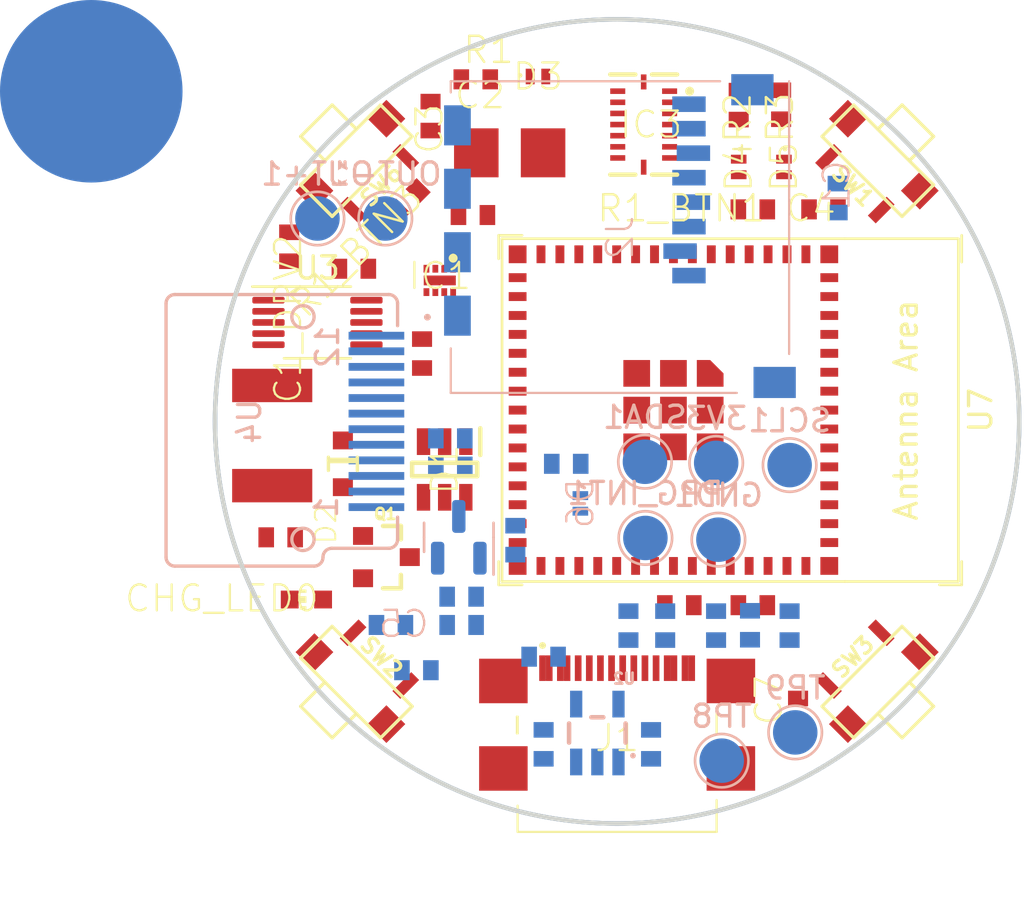
<source format=kicad_pcb>
(kicad_pcb (version 20221018) (generator pcbnew)
  (layers (0 "F.Cu" signal) (31 "B.Cu" jumper) (34 "B.Paste" user) (35 "F.Paste" user) (36 "B.SilkS" user "B.Silkscreen") (37 "F.SilkS" user "F.Silkscreen") (38 "B.Mask" user) (39 "F.Mask" user) (44 "Edge.Cuts" user))
  (net 0 "")
  (net 1 "/3V3")
  (net 2 "GND")
  (net 3 "/VBUS")
  (net 4 "Net-(D2-CATHODE)")
  (net 5 "Net-(U3-REG)")
  (net 6 "/VBAT")
  (net 7 "/BUTTON_1")
  (net 8 "/BUTTON_2")
  (net 9 "/BUTTON_3")
  (net 10 "/RESET")
  (net 11 "Net-(CHG_LED0-PadC)")
  (net 12 "/D+")
  (net 13 "/D-")
  (net 14 "/DN")
  (net 15 "/DP")
  (net 16 "/SCK")
  (net 17 "/MOSI")
  (net 18 "/MISO")
  (net 23 "/SCL")
  (net 24 "/SDA")
  (net 27 "/IMU_INT")
  (net 28 "/VUSB")
  (net 29 "Net-(J1-PadA5)")
  (net 31 "Net-(J1-PadB5)")
  (net 34 "/SS_SD")
  (net 38 "/PPG_INT")
  (net 39 "/OUT+")
  (net 40 "/OUT-")
  (net 41 "/LTR_INT")
  (net 42 "Net-(Q2-G)")
  (net 43 "/LEDK")
  (net 44 "Net-(U2-STAT)")
  (net 45 "Net-(U4-LEDA)")
  (net 46 "/PIN_LED")
  (net 47 "Net-(U2-PROG)")
  (net 48 "/ADC_BAT")
  (net 49 "/IN_DRV")
  (net 50 "/EN_DRV")
  (net 52 "Net-(U7-GND-Pad1)")
  (net 54 "/TFT_DC")
  (net 55 "/DISP_RST")
  (net 60 "/SS_TFT")
  (net 65 "/TX")
  (net 66 "/RX")
  (footprint "mini_iot:ESP32_WROVER_VARISTOR_CT_CN1812" (layer "F.Cu") (at 111.506 84.1724 -90)
    (fp_text reference "PFMF.050.1" hide)
    (fp_text value "ESP32_WROVER_VARISTOR_VARISTORCN1812" hide)
    (pad "1" smd rect (at -2.25 0 270) (size 1.5 3.6) (layers "F.Cu" "F.Paste" "F.Mask") (net 28 "/VUSB"))
    (pad "2" smd rect (at 2.25 0 270) (size 1.5 3.6) (layers "F.Cu" "F.Paste" "F.Mask") (net 3 "/VBUS"))
  )
  (footprint "mini_iot:ESP32_WROVER_EAGLE-LTSPICE_R0402" (layer "F.Cu") (at 120.65 68.1704)
    (fp_text reference "R1" (at -0.635 -0.635) (layer "F.SilkS") (effects (font (size 1.1684 1.1684) (thickness 0.1016)) (justify left bottom)))
    (fp_text value "10k")
    (fp_text user "${REFERENCE}" (at -0.635 -0.635) (layer "F.SilkS") (effects (font (size 1.1684 1.1684) (thickness 0.1016)) (justify left bottom)))
    (pad "1" smd rect (at -0.65 0) (size 0.7 0.9) (layers "F.Cu" "F.Paste" "F.Mask") (net 1 "/3V3"))
    (pad "2" smd rect (at 0.65 0) (size 0.7 0.9) (layers "F.Cu" "F.Paste" "F.Mask") (net 34 "/SS_SD"))
  )
  (footprint "mini_iot:SAMACSYS_PARTS_PESD5V0S1BL315" (layer "F.Cu") (at 132.461 72.1074 -90)
    (fp_text reference "D4" (at 0 0 90) (layer "F.SilkS") (effects (font (size 1.1684 1.1684) (thickness 0.1016))))
    (fp_text value "SAMACSYS_PARTS_PESD3V3S1BLYL" hide)
    (pad "1" smd rect (at -0.35 0) (size 0.7 0.4) (layers "F.Cu" "F.Paste" "F.Mask") (net 16 "/SCK"))
    (pad "2" smd rect (at 0.35 0) (size 0.7 0.4) (layers "F.Cu" "F.Paste" "F.Mask") (net 2 "GND"))
  )
  (footprint "mini_iot:RCL_CT3528" (layer "F.Cu") (at 122.174 71.4724)
    (fp_text reference "C2" (at -2.54 -1.905) (layer "F.SilkS") (effects (font (size 1.1684 1.1684) (thickness 0.1016)) (justify left bottom)))
    (fp_text value "100uF" hide)
    (pad "+" smd rect (at -1.5 0) (size 2 2.2) (layers "F.Cu" "F.Paste" "F.Mask") (net 1 "/3V3"))
    (pad "-" smd rect (at 1.5 0) (size 2 2.2) (layers "F.Cu" "F.Paste" "F.Mask") (net 2 "GND"))
  )
  (footprint "mini_iot:SAMACSYS_PARTS_BMI085" (layer "F.Cu") (at 128.1925 70.2024)
    (fp_text reference "IC3" (at 0.331 0) (layer "F.SilkS") (effects (font (size 1.1684 1.1684) (thickness 0.1016))))
    (fp_text value "SAMACSYS_PARTS_BMI085" hide)
    (pad "1" smd rect (at 1.165 -1.5) (size 0.675 0.25) (layers "F.Cu" "F.Paste" "F.Mask"))
    (pad "2" smd rect (at 1.165 -1) (size 0.675 0.25) (layers "F.Cu" "F.Paste" "F.Mask"))
    (pad "3" smd rect (at 1.165 -0.5) (size 0.675 0.25) (layers "F.Cu" "F.Paste" "F.Mask") (net 1 "/3V3"))
    (pad "4" smd rect (at 1.165 0) (size 0.675 0.25) (layers "F.Cu" "F.Paste" "F.Mask") (net 2 "GND"))
    (pad "5" smd rect (at 1.165 0.5) (size 0.675 0.25) (layers "F.Cu" "F.Paste" "F.Mask"))
    (pad "6" smd rect (at 1.165 1) (size 0.675 0.25) (layers "F.Cu" "F.Paste" "F.Mask") (net 2 "GND"))
    (pad "7" smd rect (at 1.165 1.5) (size 0.675 0.25) (layers "F.Cu" "F.Paste" "F.Mask") (net 1 "/3V3"))
    (pad "8" smd rect (at 0 1.915 90) (size 0.675 0.25) (layers "F.Cu" "F.Paste" "F.Mask") (net 23 "/SCL"))
    (pad "9" smd rect (at -1.165 1.5) (size 0.675 0.25) (layers "F.Cu" "F.Paste" "F.Mask") (net 24 "/SDA"))
    (pad "10" smd rect (at -1.165 1) (size 0.675 0.25) (layers "F.Cu" "F.Paste" "F.Mask") (net 2 "GND"))
    (pad "11" smd rect (at -1.165 0.5) (size 0.675 0.25) (layers "F.Cu" "F.Paste" "F.Mask") (net 1 "/3V3"))
    (pad "12" smd rect (at -1.165 0) (size 0.675 0.25) (layers "F.Cu" "F.Paste" "F.Mask"))
    (pad "13" smd rect (at -1.165 -0.5) (size 0.675 0.25) (layers "F.Cu" "F.Paste" "F.Mask"))
    (pad "14" smd rect (at -1.165 -1) (size 0.675 0.25) (layers "F.Cu" "F.Paste" "F.Mask") (net 1 "/3V3"))
    (pad "15" smd rect (at -1.165 -1.5) (size 0.675 0.25) (layers "F.Cu" "F.Paste" "F.Mask") (net 2 "GND"))
    (pad "16" smd rect (at 0 -1.915 90) (size 0.675 0.25) (layers "F.Cu" "F.Paste" "F.Mask") (net 27 "/IMU_INT"))
  )
  (footprint "mini_iot:ESP32_WROVER_EAGLE-LTSPICE_R0402" (layer "F.Cu") (at 134.366 69.3134 -90)
    (fp_text reference "R3" (at -0.635 -0.635 90) (layer "F.SilkS") (effects (font (size 1.1684 1.1684) (thickness 0.1016)) (justify right bottom)))
    (fp_text value "10k")
    (fp_text user "${REFERENCE}" (at -0.635 -0.635 90) (layer "F.SilkS") (effects (font (size 1.1684 1.1684) (thickness 0.1016)) (justify right bottom)))
    (pad "1" smd rect (at -0.65 0 270) (size 0.7 0.9) (layers "F.Cu" "F.Paste" "F.Mask") (net 1 "/3V3"))
    (pad "2" smd rect (at 0.65 0 270) (size 0.7 0.9) (layers "F.Cu" "F.Paste" "F.Mask") (net 17 "/MOSI"))
  )
  (footprint "mini_iot:ESP32_WROVER_EAGLE-LTSPICE_C0402" (layer "F.Cu") (at 120.523 74.2664)
    (fp_text reference "C1_BAT2" hide)
    (fp_text value "4.7uF" hide)
    (pad "1" smd rect (at -0.65 0) (size 0.7 0.9) (layers "F.Cu" "F.Paste" "F.Mask") (net 1 "/3V3"))
    (pad "2" smd rect (at 0.65 0) (size 0.7 0.9) (layers "F.Cu" "F.Paste" "F.Mask") (net 2 "GND"))
  )
  (footprint "mini_iot:SAMACSYS_PARTS_PESD5V0S1BL315" (layer "F.Cu") (at 123.444 68.0434)
    (fp_text reference "D3" (at 0 0) (layer "F.SilkS") (effects (font (size 1.1684 1.1684) (thickness 0.1016))))
    (fp_text value "SAMACSYS_PARTS_PESD3V3S1BLYL" hide)
    (pad "1" smd rect (at -0.35 0 90) (size 0.7 0.4) (layers "F.Cu" "F.Paste" "F.Mask") (net 34 "/SS_SD"))
    (pad "2" smd rect (at 0.35 0 90) (size 0.7 0.4) (layers "F.Cu" "F.Paste" "F.Mask") (net 2 "GND"))
  )
  (footprint "open-Smartwatch:button_side_smd" (layer "F.Cu") (at 138.711527 95.248927 -45)
    (fp_text reference "SW3" (at -1.5875 0 45) (layer "F.SilkS") (effects (font (size 0.7 0.7))))
    (fp_text value "SW_Push")
    (pad "" np_thru_hole circle (at 0 -0.889 315) (size 0.55 0.55) (drill 0.55) (layers "*.Cu" "*.Mask"))
    (pad "" np_thru_hole circle (at 0 0.9525 45) (size 0.55 0.55) (drill 0.55) (layers "*.Cu" "*.Mask"))
    (pad "" smd rect (at 0.381 -2.286 315) (size 1.2 1.2) (layers "F.Cu" "F.Paste" "F.Mask"))
    (pad "" smd rect (at 0.381 2.286 315) (size 1.2 1.2) (layers "F.Cu" "F.Paste" "F.Mask"))
    (pad "1" smd rect (at -1.4605 -1.675 315) (size 1.2 0.5) (layers "F.Cu" "F.Paste" "F.Mask") (net 2 "GND"))
    (pad "2" smd rect (at -1.4605 1.675 315) (size 1.2 0.5) (layers "F.Cu" "F.Paste" "F.Mask") (net 10 "/RESET"))
  )
  (footprint "mini_iot:ESP32_WROVER_EAGLE-LTSPICE_R0402" (layer "F.Cu") (at 132.461 69.3284 -90)
    (fp_text reference "R2" (at -0.635 -0.635 90) (layer "F.SilkS") (effects (font (size 1.1684 1.1684) (thickness 0.1016)) (justify right bottom)))
    (fp_text value "10k")
    (fp_text user "${REFERENCE}" (at -0.635 -0.635 90) (layer "F.SilkS") (effects (font (size 1.1684 1.1684) (thickness 0.1016)) (justify right bottom)))
    (pad "1" smd rect (at -0.65 0 270) (size 0.7 0.9) (layers "F.Cu" "F.Paste" "F.Mask") (net 1 "/3V3"))
    (pad "2" smd rect (at 0.65 0 270) (size 0.7 0.9) (layers "F.Cu" "F.Paste" "F.Mask") (net 16 "/SCK"))
  )
  (footprint "mini_iot:ESP32_WROVER_ADAFRUIT_CHIP-LED0603" (layer "F.Cu") (at 113.042 91.5384 90)
    (fp_text reference "CHG_LED0" (at -0.635 0.635) (layer "F.SilkS") (effects (font (size 1.1684 1.1684) (thickness 0.1016)) (justify right bottom)))
    (fp_text value "ESP32_WROVER_ADAFRUIT_LEDCHIP-LED0603" hide)
    (pad "A" smd rect (at 0 0.75 90) (size 0.8 0.8) (layers "F.Cu" "F.Paste" "F.Mask") (net 3 "/VBUS"))
    (pad "C" smd rect (at 0 -0.75 90) (size 0.8 0.8) (layers "F.Cu" "F.Paste" "F.Mask") (net 11 "Net-(CHG_LED0-PadC)"))
  )
  (footprint "mini_iot:SAMACSYS_PARTS_NCP186AMX330TAG" (layer "F.Cu") (at 119.034 76.9544 180)
    (fp_text reference "IC1" (at 0 -0.05) (layer "F.SilkS") (effects (font (size 1.1684 1.1684) (thickness 0.1016))))
    (fp_text value "SAMACSYS_PARTS_NCP186BMX330TAG" hide)
    (pad "1" smd rect (at -0.6 0.275 270) (size 0.35 0.26) (layers "F.Cu" "F.Paste" "F.Mask") (net 1 "/3V3"))
    (pad "2" smd rect (at -0.2 0.275 270) (size 0.35 0.26) (layers "F.Cu" "F.Paste" "F.Mask") (net 1 "/3V3"))
    (pad "3" smd rect (at 0.2 0.275 270) (size 0.35 0.26) (layers "F.Cu" "F.Paste" "F.Mask"))
    (pad "4" smd rect (at 0.6 0.275 270) (size 0.35 0.26) (layers "F.Cu" "F.Paste" "F.Mask") (net 1 "/3V3"))
    (pad "5" smd rect (at 0.6 -0.775 270) (size 0.35 0.26) (layers "F.Cu" "F.Paste" "F.Mask") (net 2 "GND"))
    (pad "6" smd rect (at 0.2 -0.775 270) (size 0.35 0.26) (layers "F.Cu" "F.Paste" "F.Mask") (net 4 "Net-(D2-CATHODE)"))
    (pad "7" smd rect (at -0.2 -0.775 270) (size 0.35 0.26) (layers "F.Cu" "F.Paste" "F.Mask") (net 4 "Net-(D2-CATHODE)"))
    (pad "8" smd rect (at -0.6 -0.775 270) (size 0.35 0.26) (layers "F.Cu" "F.Paste" "F.Mask") (net 4 "Net-(D2-CATHODE)"))
    (pad "9" smd rect (at 0 -0.25 180) (size 1.44 0.44) (layers "F.Cu" "F.Paste" "F.Mask") (net 2 "GND"))
  )
  (footprint "mini_iot:ESP32_WROVER_EAGLE-LTSPICE_C0402" (layer "F.Cu") (at 136.271 74.0124 180)
    (fp_text reference "C4" (at -0.635 -0.635) (layer "F.SilkS") (effects (font (size 1.1684 1.1684) (thickness 0.1016)) (justify right bottom)))
    (fp_text value "1uF")
    (pad "1" smd rect (at -0.65 0 180) (size 0.7 0.9) (layers "F.Cu" "F.Paste" "F.Mask") (net 2 "GND"))
    (pad "2" smd rect (at 0.65 0 180) (size 0.7 0.9) (layers "F.Cu" "F.Paste" "F.Mask") (net 8 "/BUTTON_2"))
  )
  (footprint "Package_SO:VSSOP-10_3x3mm_P0.5mm" (layer "F.Cu") (at 113.538 79.0924)
    (fp_text reference "U3" (at 0 -2.45) (layer "F.SilkS"))
    (fp_text value "DRV2605LDGS" hide)
    (pad "1" smd roundrect (at -2.2 -1) (size 1.45 0.3) (layers "F.Cu" "F.Paste" "F.Mask") (net 5 "Net-(U3-REG)"))
    (pad "2" smd roundrect (at -2.2 -0.5) (size 1.45 0.3) (layers "F.Cu" "F.Paste" "F.Mask") (net 23 "/SCL"))
    (pad "3" smd roundrect (at -2.2 0) (size 1.45 0.3) (layers "F.Cu" "F.Paste" "F.Mask") (net 24 "/SDA"))
    (pad "4" smd roundrect (at -2.2 0.5) (size 1.45 0.3) (layers "F.Cu" "F.Paste" "F.Mask") (net 49 "/IN_DRV"))
    (pad "5" smd roundrect (at -2.2 1) (size 1.45 0.3) (layers "F.Cu" "F.Paste" "F.Mask") (net 50 "/EN_DRV"))
    (pad "6" smd roundrect (at 2.2 1) (size 1.45 0.3) (layers "F.Cu" "F.Paste" "F.Mask"))
    (pad "7" smd roundrect (at 2.2 0.5) (size 1.45 0.3) (layers "F.Cu" "F.Paste" "F.Mask") (net 39 "/OUT+"))
    (pad "8" smd roundrect (at 2.2 0) (size 1.45 0.3) (layers "F.Cu" "F.Paste" "F.Mask") (net 2 "GND"))
    (pad "9" smd roundrect (at 2.2 -0.5) (size 1.45 0.3) (layers "F.Cu" "F.Paste" "F.Mask") (net 40 "/OUT-"))
    (pad "10" smd roundrect (at 2.2 -1) (size 1.45 0.3) (layers "F.Cu" "F.Paste" "F.Mask") (net 1 "/3V3"))
  )
  (footprint "mini_iot:ESP32_WROVER_EAGLE-LTSPICE_C0402" (layer "F.Cu") (at 115.174 76.6794)
    (fp_text reference "C1_DRV1" hide)
    (fp_text value "1.0uF" hide)
    (pad "1" smd rect (at -0.65 0) (size 0.7 0.9) (layers "F.Cu" "F.Paste" "F.Mask") (net 2 "GND"))
    (pad "2" smd rect (at 0.65 0) (size 0.7 0.9) (layers "F.Cu" "F.Paste" "F.Mask") (net 1 "/3V3"))
  )
  (footprint "mini_iot:SAMACSYS_PARTS_USB4110GFA" (layer "F.Cu") (at 127 98.3)
    (fp_text reference "J1" (at 0 -0.536) (layer "F.SilkS") (effects (font (size 1.1684 1.1684) (thickness 0.1016))))
    (fp_text value "SAMACSYS_PARTS_USB4110-GF-A" hide)
    (pad "" np_thru_hole circle (at -2.89 -2.603) (size 0.65 0.65) (drill 0.65) (layers "*.Cu" "*.Mask"))
    (pad "" np_thru_hole circle (at 2.89 -2.603) (size 0.65 0.65) (drill 0.65) (layers "*.Cu" "*.Mask"))
    (pad "A1" smd rect (at -3.35 -3.678 90) (size 1.15 0.3) (layers "F.Cu" "F.Paste" "F.Mask") (net 2 "GND"))
    (pad "A4" smd rect (at -2.55 -3.678 90) (size 1.15 0.3) (layers "F.Cu" "F.Paste" "F.Mask") (net 28 "/VUSB"))
    (pad "A5" smd rect (at -1.25 -3.678 90) (size 1.15 0.3) (layers "F.Cu" "F.Paste" "F.Mask") (net 29 "Net-(J1-PadA5)"))
    (pad "A6" smd rect (at -0.25 -3.678 90) (size 1.15 0.3) (layers "F.Cu" "F.Paste" "F.Mask") (net 15 "/DP"))
    (pad "A7" smd rect (at 0.25 -3.678 90) (size 1.15 0.3) (layers "F.Cu" "F.Paste" "F.Mask") (net 14 "/DN"))
    (pad "A8" smd rect (at 1.25 -3.678 90) (size 1.15 0.3) (layers "F.Cu" "F.Paste" "F.Mask"))
    (pad "A9" smd rect (at 2.55 -3.678 90) (size 1.15 0.3) (layers "F.Cu" "F.Paste" "F.Mask") (net 28 "/VUSB"))
    (pad "A12" smd rect (at 3.35 -3.678 90) (size 1.15 0.3) (layers "F.Cu" "F.Paste" "F.Mask") (net 2 "GND"))
    (pad "B1" smd rect (at 3.05 -3.678 90) (size 1.15 0.3) (layers "F.Cu" "F.Paste" "F.Mask") (net 2 "GND"))
    (pad "B4" smd rect (at 2.25 -3.678 90) (size 1.15 0.3) (layers "F.Cu" "F.Paste" "F.Mask") (net 28 "/VUSB"))
    (pad "B5" smd rect (at 1.75 -3.678 90) (size 1.15 0.3) (layers "F.Cu" "F.Paste" "F.Mask") (net 31 "Net-(J1-PadB5)"))
    (pad "B6" smd rect (at 0.75 -3.678 90) (size 1.15 0.3) (layers "F.Cu" "F.Paste" "F.Mask") (net 15 "/DP"))
    (pad "B7" smd rect (at -0.75 -3.678 90) (size 1.15 0.3) (layers "F.Cu" "F.Paste" "F.Mask") (net 14 "/DN"))
    (pad "B8" smd rect (at -1.75 -3.678 90) (size 1.15 0.3) (layers "F.Cu" "F.Paste" "F.Mask"))
    (pad "B9" smd rect (at -2.25 -3.678 90) (size 1.15 0.3) (layers "F.Cu" "F.Paste" "F.Mask") (net 28 "/VUSB"))
    (pad "B12" smd rect (at -3.05 -3.678 90) (size 1.15 0.3) (layers "F.Cu" "F.Paste" "F.Mask") (net 2 "GND"))
    (pad "MP1" smd rect (at -5.11 0.827) (size 2.18 2) (layers "F.Cu" "F.Paste" "F.Mask") (net 2 "GND"))
    (pad "MP2" smd rect (at 5.11 0.827) (size 2.18 2) (layers "F.Cu" "F.Paste" "F.Mask") (net 2 "GND"))
    (pad "MP3" smd rect (at -5.11 -3.103) (size 2.18 2) (layers "F.Cu" "F.Paste" "F.Mask") (net 2 "GND"))
    (pad "MP4" smd rect (at 5.11 -3.103) (size 2.18 2) (layers "F.Cu" "F.Paste" "F.Mask") (net 2 "GND"))
  )
  (footprint "mini_iot:ESP32_WROVER_EAGLE-LTSPICE_R0402" (layer "F.Cu") (at 111.887 88.7444)
    (fp_text reference "R1_PWRBUS0" hide)
    (fp_text value "100k" hide)
    (pad "1" smd rect (at -0.65 0) (size 0.7 0.9) (layers "F.Cu" "F.Paste" "F.Mask") (net 2 "GND"))
    (pad "2" smd rect (at 0.65 0) (size 0.7 0.9) (layers "F.Cu" "F.Paste" "F.Mask") (net 3 "/VBUS"))
  )
  (footprint "mini_iot:ESP32_WROVER_EAGLE-LTSPICE_C0402" (layer "F.Cu") (at 118.237 80.4894 90)
    (fp_text reference "C1_BAT1" hide)
    (fp_text value "4.7uF" hide)
    (pad "1" smd rect (at -0.65 0 90) (size 0.7 0.9) (layers "F.Cu" "F.Paste" "F.Mask") (net 4 "Net-(D2-CATHODE)"))
    (pad "2" smd rect (at 0.65 0 90) (size 0.7 0.9) (layers "F.Cu" "F.Paste" "F.Mask") (net 2 "GND"))
  )
  (footprint "mini_iot:ESP32_WROVER_EAGLE-LTSPICE_C0402" (layer "F.Cu") (at 118.618 69.8214 -90)
    (fp_text reference "C3" (at -0.635 -0.635 90) (layer "F.SilkS") (effects (font (size 1.1684 1.1684) (thickness 0.1016)) (justify right bottom)))
    (fp_text value "1uF")
    (pad "1" smd rect (at -0.65 0 270) (size 0.7 0.9) (layers "F.Cu" "F.Paste" "F.Mask") (net 2 "GND"))
    (pad "2" smd rect (at 0.65 0 270) (size 0.7 0.9) (layers "F.Cu" "F.Paste" "F.Mask") (net 7 "/BUTTON_1"))
  )
  (footprint "mini_iot:ESP32_WROVER_EAGLE-LTSPICE_C0402" (layer "F.Cu") (at 112.268 75.692 -90)
    (fp_text reference "C1_DRV2" (at -0.635 -0.635 90) (layer "F.SilkS") (effects (font (size 1.1684 1.1684) (thickness 0.1016)) (justify right bottom)))
    (fp_text value "1.0uF")
    (pad "1" smd rect (at -0.65 0 270) (size 0.7 0.9) (layers "F.Cu" "F.Paste" "F.Mask") (net 2 "GND"))
    (pad "2" smd rect (at 0.65 0 270) (size 0.7 0.9) (layers "F.Cu" "F.Paste" "F.Mask") (net 5 "Net-(U3-REG)"))
  )
  (footprint "open-Smartwatch:button_side_smd" (layer "F.Cu") (at 115.288473 71.825873 135)
    (fp_text reference "SW6" (at -1.5875 0 45) (layer "F.SilkS") (effects (font (size 0.7 0.7))))
    (fp_text value "SW_Push")
    (pad "" np_thru_hole circle (at 0 -0.889 135) (size 0.55 0.55) (drill 0.55) (layers "*.Cu" "*.Mask"))
    (pad "" np_thru_hole circle (at 0 0.9525 225) (size 0.55 0.55) (drill 0.55) (layers "*.Cu" "*.Mask"))
    (pad "" smd rect (at 0.381 -2.286 135) (size 1.2 1.2) (layers "F.Cu" "F.Paste" "F.Mask"))
    (pad "" smd rect (at 0.381 2.286 135) (size 1.2 1.2) (layers "F.Cu" "F.Paste" "F.Mask"))
    (pad "1" smd rect (at -1.4605 -1.675 135) (size 1.2 0.5) (layers "F.Cu" "F.Paste" "F.Mask") (net 2 "GND"))
    (pad "2" smd rect (at -1.4605 1.675 135) (size 1.2 0.5) (layers "F.Cu" "F.Paste" "F.Mask") (net 7 "/BUTTON_1"))
  )
  (footprint "mini_iot:ESP32_WROVER_EAGLE-LTSPICE_R0402" (layer "F.Cu") (at 133.096 74.0124 180)
    (fp_text reference "R1_BTN1" (at -0.635 -0.635) (layer "F.SilkS") (effects (font (size 1.1684 1.1684) (thickness 0.1016)) (justify right bottom)))
    (fp_text value "10k")
    (fp_text user "${REFERENCE}" (at -0.635 -0.635) (layer "F.SilkS") (effects (font (size 1.1684 1.1684) (thickness 0.1016)) (justify right bottom)))
    (pad "1" smd rect (at -0.65 0 180) (size 0.7 0.9) (layers "F.Cu" "F.Paste" "F.Mask") (net 8 "/BUTTON_2"))
    (pad "2" smd rect (at 0.65 0 180) (size 0.7 0.9) (layers "F.Cu" "F.Paste" "F.Mask") (net 1 "/3V3"))
  )
  (footprint "mini_iot:SAMACSYS_PARTS_SOT95P280X145-6N" (layer "F.Cu") (at 119.253 85.6964 -90)
    (fp_text reference "D1" (at 0 0 90) (layer "F.SilkS") (effects (font (size 1.1684 1.1684) (thickness 0.1016))))
    (fp_text value "SAMACSYS_PARTS_USBLC6-2SC6Y" hide)
    (pad "1" smd rect (at -1.25 -0.95 270) (size 1.2 0.6) (layers "F.Cu" "F.Paste" "F.Mask") (net 12 "/D+"))
    (pad "2" smd rect (at -1.25 0 270) (size 1.2 0.6) (layers "F.Cu" "F.Paste" "F.Mask") (net 2 "GND"))
    (pad "3" smd rect (at -1.25 0.95 270) (size 1.2 0.6) (layers "F.Cu" "F.Paste" "F.Mask") (net 13 "/D-"))
    (pad "4" smd rect (at 1.25 0.95 270) (size 1.2 0.6) (layers "F.Cu" "F.Paste" "F.Mask") (net 14 "/DN"))
    (pad "5" smd rect (at 1.25 0 270) (size 1.2 0.6) (layers "F.Cu" "F.Paste" "F.Mask") (net 3 "/VBUS"))
    (pad "6" smd rect (at 1.25 -0.95 270) (size 1.2 0.6) (layers "F.Cu" "F.Paste" "F.Mask") (net 15 "/DP"))
  )
  (footprint "mini_iot:ESP32_WROVER_EAGLE-LTSPICE_C0402" (layer "F.Cu") (at 133.096 91.7924)
    (fp_text reference "C2_USB0" hide)
    (fp_text value "4.7uF" hide)
    (pad "1" smd rect (at -0.65 0) (size 0.7 0.9) (layers "F.Cu" "F.Paste" "F.Mask") (net 3 "/VBUS"))
    (pad "2" smd rect (at 0.65 0) (size 0.7 0.9) (layers "F.Cu" "F.Paste" "F.Mask") (net 2 "GND"))
  )
  (footprint "mini_iot:ESP32_WROVER_AVX---SD0805S020S1R0_AVX_SD0805S020S1R0_0" (layer "F.Cu") (at 114.681 85.4424 -90)
    (fp_text reference "D2" (at 1.775 0.225 90) (layer "F.SilkS") (effects (font (size 0.92 0.92) (thickness 0.08)) (justify right bottom)))
    (fp_text value "ESP32_WROVER_AVX---SD0805S020S1R0_AVX_SD0805S020S1R0AVX_SD0805S020S1R0_0_0" hide)
    (pad "1" smd rect (at -1.05 0 270) (size 0.8 0.9) (layers "F.Cu" "F.Paste" "F.Mask") (net 4 "Net-(D2-CATHODE)"))
    (pad "2" smd rect (at 1.05 0 270) (size 0.8 0.9) (layers "F.Cu" "F.Paste" "F.Mask") (net 3 "/VBUS"))
  )
  (footprint "mini_iot:ESP32_WROVER_EAGLE-LTSPICE_C0402" (layer "F.Cu") (at 129.794 91.7924)
    (fp_text reference "C1_USB0" hide)
    (fp_text value "100nF" hide)
    (pad "1" smd rect (at -0.65 0) (size 0.7 0.9) (layers "F.Cu" "F.Paste" "F.Mask") (net 3 "/VBUS"))
    (pad "2" smd rect (at 0.65 0) (size 0.7 0.9) (layers "F.Cu" "F.Paste" "F.Mask") (net 2 "GND"))
  )
  (footprint "PCM_Espressif:ESP32-S3-MINI-1" (layer "F.Cu") (at 129.53 83.0294 -90)
    (fp_text reference "U7" (at 0 -13.8 90) (layer "F.SilkS"))
    (fp_text value "ESP32-S3-MINI-1" hide)
    (fp_text user "Antenna Area" (at 0 -10.45 90) (layer "F.SilkS"))
    (pad "1" smd rect (at -7 -5.95) (size 0.4 0.8) (layers "F.Cu" "F.Paste" "F.Mask") (net 52 "Net-(U7-GND-Pad1)"))
    (pad "2" smd rect (at -7 -5.1) (size 0.4 0.8) (layers "F.Cu" "F.Paste" "F.Mask") (net 52 "Net-(U7-GND-Pad1)"))
    (pad "3" smd rect (at -7 -4.25) (size 0.4 0.8) (layers "F.Cu" "F.Paste" "F.Mask") (net 1 "/3V3"))
    (pad "4" smd rect (at -7 -3.4) (size 0.4 0.8) (layers "F.Cu" "F.Paste" "F.Mask"))
    (pad "5" smd rect (at -7 -2.55) (size 0.4 0.8) (layers "F.Cu" "F.Paste" "F.Mask") (net 48 "/ADC_BAT"))
    (pad "6" smd rect (at -7 -1.7) (size 0.4 0.8) (layers "F.Cu" "F.Paste" "F.Mask") (net 54 "/TFT_DC"))
    (pad "7" smd rect (at -7 -0.85) (size 0.4 0.8) (layers "F.Cu" "F.Paste" "F.Mask") (net 7 "/BUTTON_1"))
    (pad "8" smd rect (at -7 0) (size 0.4 0.8) (layers "F.Cu" "F.Paste" "F.Mask") (net 8 "/BUTTON_2"))
    (pad "9" smd rect (at -7 0.85) (size 0.4 0.8) (layers "F.Cu" "F.Paste" "F.Mask") (net 34 "/SS_SD"))
    (pad "10" smd rect (at -7 1.7) (size 0.4 0.8) (layers "F.Cu" "F.Paste" "F.Mask") (net 55 "/DISP_RST"))
    (pad "11" smd rect (at -7 2.55) (size 0.4 0.8) (layers "F.Cu" "F.Paste" "F.Mask") (net 27 "/IMU_INT"))
    (pad "12" smd rect (at -7 3.4) (size 0.4 0.8) (layers "F.Cu" "F.Paste" "F.Mask") (net 24 "/SDA"))
    (pad "13" smd rect (at -7 4.25) (size 0.4 0.8) (layers "F.Cu" "F.Paste" "F.Mask") (net 23 "/SCL"))
    (pad "14" smd rect (at -7 5.1) (size 0.4 0.8) (layers "F.Cu" "F.Paste" "F.Mask") (net 38 "/PPG_INT"))
    (pad "15" smd rect (at -7 5.95) (size 0.4 0.8) (layers "F.Cu" "F.Paste" "F.Mask") (net 41 "/LTR_INT"))
    (pad "16" smd rect (at -5.95 7 270) (size 0.4 0.8) (layers "F.Cu" "F.Paste" "F.Mask") (net 49 "/IN_DRV"))
    (pad "17" smd rect (at -5.1 7 270) (size 0.4 0.8) (layers "F.Cu" "F.Paste" "F.Mask") (net 50 "/EN_DRV"))
    (pad "18" smd rect (at -4.25 7 270) (size 0.4 0.8) (layers "F.Cu" "F.Paste" "F.Mask") (net 46 "/PIN_LED"))
    (pad "19" smd rect (at -3.4 7 270) (size 0.4 0.8) (layers "F.Cu" "F.Paste" "F.Mask"))
    (pad "20" smd rect (at -2.55 7 270) (size 0.4 0.8) (layers "F.Cu" "F.Paste" "F.Mask"))
    (pad "21" smd rect (at -1.7 7 270) (size 0.4 0.8) (layers "F.Cu" "F.Paste" "F.Mask"))
    (pad "22" smd rect (at -0.85 7 270) (size 0.4 0.8) (layers "F.Cu" "F.Paste" "F.Mask"))
    (pad "23" smd rect (at 0 7 270) (size 0.4 0.8) (layers "F.Cu" "F.Paste" "F.Mask") (net 13 "/D-"))
    (pad "24" smd rect (at 0.85 7 270) (size 0.4 0.8) (layers "F.Cu" "F.Paste" "F.Mask") (net 12 "/D+"))
    (pad "25" smd rect (at 1.7 7 270) (size 0.4 0.8) (layers "F.Cu" "F.Paste" "F.Mask") (net 60 "/SS_TFT"))
    (pad "26" smd rect (at 2.55 7 270) (size 0.4 0.8) (layers "F.Cu" "F.Paste" "F.Mask") (net 9 "/BUTTON_3"))
    (pad "27" smd rect (at 3.4 7 270) (size 0.4 0.8) (layers "F.Cu" "F.Paste" "F.Mask"))
    (pad "28" smd rect (at 4.25 7 270) (size 0.4 0.8) (layers "F.Cu" "F.Paste" "F.Mask"))
    (pad "29" smd rect (at 5.1 7 270) (size 0.4 0.8) (layers "F.Cu" "F.Paste" "F.Mask"))
    (pad "30" smd rect (at 5.95 7 270) (size 0.4 0.8) (layers "F.Cu" "F.Paste" "F.Mask"))
    (pad "31" smd rect (at 7 5.95) (size 0.4 0.8) (layers "F.Cu" "F.Paste" "F.Mask") (net 17 "/MOSI"))
    (pad "32" smd rect (at 7 5.1) (size 0.4 0.8) (layers "F.Cu" "F.Paste" "F.Mask") (net 16 "/SCK"))
    (pad "33" smd rect (at 7 4.25) (size 0.4 0.8) (layers "F.Cu" "F.Paste" "F.Mask") (net 18 "/MISO"))
    (pad "34" smd rect (at 7 3.4) (size 0.4 0.8) (layers "F.Cu" "F.Paste" "F.Mask"))
    (pad "35" smd rect (at 7 2.55) (size 0.4 0.8) (layers "F.Cu" "F.Paste" "F.Mask") (net 65 "/TX"))
    (pad "36" smd rect (at 7 1.7) (size 0.4 0.8) (layers "F.Cu" "F.Paste" "F.Mask") (net 66 "/RX"))
    (pad "37" smd rect (at 7 0.85) (size 0.4 0.8) (layers "F.Cu" "F.Paste" "F.Mask"))
    (pad "38" smd rect (at 7 0) (size 0.4 0.8) (layers "F.Cu" "F.Paste" "F.Mask"))
    (pad "39" smd rect (at 7 -0.85) (size 0.4 0.8) (layers "F.Cu" "F.Paste" "F.Mask"))
    (pad "40" smd rect (at 7 -1.7) (size 0.4 0.8) (layers "F.Cu" "F.Paste" "F.Mask"))
    (pad "41" smd rect (at 7 -2.55) (size 0.4 0.8) (layers "F.Cu" "F.Paste" "F.Mask"))
    (pad "42" smd rect (at 7 -3.4) (size 0.4 0.8) (layers "F.Cu" "F.Paste" "F.Mask") (net 52 "Net-(U7-GND-Pad1)"))
    (pad "43" smd rect (at 7 -4.25) (size 0.4 0.8) (layers "F.Cu" "F.Paste" "F.Mask") (net 52 "Net-(U7-GND-Pad1)"))
    (pad "44" smd rect (at 7 -5.1) (size 0.4 0.8) (layers "F.Cu" "F.Paste" "F.Mask"))
    (pad "45" smd rect (at 7 -5.95) (size 0.4 0.8) (layers "F.Cu" "F.Paste" "F.Mask") (net 10 "/RESET"))
    (pad "46" smd rect (at 5.95 -7 270) (size 0.4 0.8) (layers "F.Cu" "F.Paste" "F.Mask") (net 52 "Net-(U7-GND-Pad1)"))
    (pad "47" smd rect (at 5.1 -7 270) (size 0.4 0.8) (layers "F.Cu" "F.Paste" "F.Mask") (net 52 "Net-(U7-GND-Pad1)"))
    (pad "48" smd rect (at 4.25 -7 270) (size 0.4 0.8) (layers "F.Cu" "F.Paste" "F.Mask") (net 52 "Net-(U7-GND-Pad1)"))
    (pad "49" smd rect (at 3.4 -7 270) (size 0.4 0.8) (layers "F.Cu" "F.Paste" "F.Mask") (net 52 "Net-(U7-GND-Pad1)"))
    (pad "50" smd rect (at 2.55 -7 270) (size 0.4 0.8) (layers "F.Cu" "F.Paste" "F.Mask") (net 52 "Net-(U7-GND-Pad1)"))
    (pad "51" smd rect (at 1.7 -7 270) (size 0.4 0.8) (layers "F.Cu" "F.Paste" "F.Mask") (net 52 "Net-(U7-GND-Pad1)"))
    (pad "52" smd rect (at 0.85 -7 270) (size 0.4 0.8) (layers "F.Cu" "F.Paste" "F.Mask") (net 52 "Net-(U7-GND-Pad1)"))
    (pad "53" smd rect (at 0 -7 270) (size 0.4 0.8) (layers "F.Cu" "F.Paste" "F.Mask") (net 52 "Net-(U7-GND-Pad1)"))
    (pad "54" smd rect (at -0.85 -7 270) (size 0.4 0.8) (layers "F.Cu" "F.Paste" "F.Mask") (net 52 "Net-(U7-GND-Pad1)"))
    (pad "55" smd rect (at -1.7 -7 270) (size 0.4 0.8) (layers "F.Cu" "F.Paste" "F.Mask") (net 52 "Net-(U7-GND-Pad1)"))
    (pad "56" smd rect (at -2.55 -7 270) (size 0.4 0.8) (layers "F.Cu" "F.Paste" "F.Mask") (net 52 "Net-(U7-GND-Pad1)"))
    (pad "57" smd rect (at -3.4 -7 270) (size 0.4 0.8) (layers "F.Cu" "F.Paste" "F.Mask") (net 52 "Net-(U7-GND-Pad1)"))
    (pad "58" smd rect (at -4.25 -7 270) (size 0.4 0.8) (layers "F.Cu" "F.Paste" "F.Mask") (net 52 "Net-(U7-GND-Pad1)"))
    (pad "59" smd rect (at -5.1 -7 270) (size 0.4 0.8) (layers "F.Cu" "F.Paste" "F.Mask") (net 52 "Net-(U7-GND-Pad1)"))
    (pad "60" smd rect (at -5.95 -7 270) (size 0.4 0.8) (layers "F.Cu" "F.Paste" "F.Mask") (net 52 "Net-(U7-GND-Pad1)"))
    (pad "61" smd custom (at -1.65 -1.65 270) (size 0.6 0.6) (layers "F.Cu" "F.Paste" "F.Mask") (net 52 "Net-(U7-GND-Pad1)") (options (clearance outline) (anchor rect)) (primitives (gr_poly (pts (xy 0.6 0.6) (xy -0.6 0.6) (xy -0.6 0) (xy 0 -0.6) (xy 0.6 -0.6)) (width 0) (fill yes))))
    (pad "61" smd rect (at -1.65 0 270) (size 1.2 1.2) (layers "F.Cu" "F.Paste" "F.Mask") (net 52 "Net-(U7-GND-Pad1)"))
    (pad "61" smd rect (at -1.65 1.65 270) (size 1.2 1.2) (layers "F.Cu" "F.Paste" "F.Mask") (net 52 "Net-(U7-GND-Pad1)"))
    (pad "61" smd rect (at 0 -1.65 270) (size 1.2 1.2) (layers "F.Cu" "F.Paste" "F.Mask") (net 52 "Net-(U7-GND-Pad1)"))
    (pad "61" smd rect (at 0 0 270) (size 1.2 1.2) (layers "F.Cu" "F.Paste" "F.Mask") (net 52 "Net-(U7-GND-Pad1)"))
    (pad "61" smd rect (at 0 1.65 270) (size 1.2 1.2) (layers "F.Cu" "F.Paste" "F.Mask") (net 52 "Net-(U7-GND-Pad1)"))
    (pad "61" smd rect (at 1.65 -1.65 270) (size 1.2 1.2) (layers "F.Cu" "F.Paste" "F.Mask") (net 52 "Net-(U7-GND-Pad1)"))
    (pad "61" smd rect (at 1.65 0 270) (size 1.2 1.2) (layers "F.Cu" "F.Paste" "F.Mask") (net 52 "Net-(U7-GND-Pad1)"))
    (pad "61" smd rect (at 1.65 1.65 270) (size 1.2 1.2) (layers "F.Cu" "F.Paste" "F.Mask") (net 52 "Net-(U7-GND-Pad1)"))
    (pad "62" smd rect (at -7 -7 90) (size 0.8 0.8) (layers "F.Cu" "F.Paste" "F.Mask") (net 52 "Net-(U7-GND-Pad1)"))
    (pad "63" smd rect (at -7 7 90) (size 0.8 0.8) (layers "F.Cu" "F.Paste" "F.Mask") (net 52 "Net-(U7-GND-Pad1)"))
    (pad "64" smd rect (at 7 7 90) (size 0.8 0.8) (layers "F.Cu" "F.Paste" "F.Mask") (net 52 "Net-(U7-GND-Pad1)"))
    (pad "65" smd rect (at 7 -7 90) (size 0.8 0.8) (layers "F.Cu" "F.Paste" "F.Mask") (net 52 "Net-(U7-GND-Pad1)"))
  )
  (footprint "mini_iot:SAMACSYS_PARTS_PESD5V0S1BL315" (layer "F.Cu") (at 134.493 72.1074 -90)
    (fp_text reference "D5" (at 0 0 90) (layer "F.SilkS") (effects (font (size 1.1684 1.1684) (thickness 0.1016))))
    (fp_text value "SAMACSYS_PARTS_PESD3V3S1BLYL" hide)
    (pad "1" smd rect (at -0.35 0) (size 0.7 0.4) (layers "F.Cu" "F.Paste" "F.Mask") (net 17 "/MOSI"))
    (pad "2" smd rect (at 0.35 0) (size 0.7 0.4) (layers "F.Cu" "F.Paste" "F.Mask") (net 2 "GND"))
  )
  (footprint "open-Smartwatch:button_side_smd" (layer "F.Cu") (at 138.711527 71.825873 45)
    (fp_text reference "SW1" (at -1.5875 0 135) (layer "F.SilkS") (effects (font (size 0.7 0.7))))
    (fp_text value "SW_Push")
    (pad "" np_thru_hole circle (at 0 -0.889 45) (size 0.55 0.55) (drill 0.55) (layers "*.Cu" "*.Mask"))
    (pad "" np_thru_hole circle (at 0 0.9525 135) (size 0.55 0.55) (drill 0.55) (layers "*.Cu" "*.Mask"))
    (pad "" smd rect (at 0.381 -2.286 45) (size 1.2 1.2) (layers "F.Cu" "F.Paste" "F.Mask"))
    (pad "" smd rect (at 0.381 2.286 45) (size 1.2 1.2) (layers "F.Cu" "F.Paste" "F.Mask"))
    (pad "1" smd rect (at -1.4605 -1.675 45) (size 1.2 0.5) (layers "F.Cu" "F.Paste" "F.Mask") (net 2 "GND"))
    (pad "2" smd rect (at -1.4605 1.675 45) (size 1.2 0.5) (layers "F.Cu" "F.Paste" "F.Mask") (net 8 "/BUTTON_2"))
  )
  (footprint "mini_iot:ESP32_WROVER_EAGLE-LTSPICE_C0402" (layer "F.Cu") (at 135.128 96.6334 90)
    (fp_text reference "C7" (at -0.635 -0.635 90) (layer "F.SilkS") (effects (font (size 1.1684 1.1684) (thickness 0.1016)) (justify left bottom)))
    (fp_text value "1uF")
    (pad "1" smd rect (at -0.65 0 90) (size 0.7 0.9) (layers "F.Cu" "F.Paste" "F.Mask") (net 2 "GND"))
    (pad "2" smd rect (at 0.65 0 90) (size 0.7 0.9) (layers "F.Cu" "F.Paste" "F.Mask") (net 10 "/RESET"))
  )
  (footprint "open-Smartwatch:button_side_smd" (layer "F.Cu") (at 115.288473 95.248927 -135)
    (fp_text reference "SW2" (at -1.5875 0 135) (layer "F.SilkS") (effects (font (size 0.7 0.7))))
    (fp_text value "SW_Push")
    (pad "" np_thru_hole circle (at 0 -0.889 225) (size 0.55 0.55) (drill 0.55) (layers "*.Cu" "*.Mask"))
    (pad "" np_thru_hole circle (at 0 0.9525 315) (size 0.55 0.55) (drill 0.55) (layers "*.Cu" "*.Mask"))
    (pad "" smd rect (at 0.381 -2.286 225) (size 1.2 1.2) (layers "F.Cu" "F.Paste" "F.Mask"))
    (pad "" smd rect (at 0.381 2.286 225) (size 1.2 1.2) (layers "F.Cu" "F.Paste" "F.Mask"))
    (pad "1" smd rect (at -1.4605 -1.675 225) (size 1.2 0.5) (layers "F.Cu" "F.Paste" "F.Mask") (net 2 "GND"))
    (pad "2" smd rect (at -1.4605 1.675 225) (size 1.2 0.5) (layers "F.Cu" "F.Paste" "F.Mask") (net 9 "/BUTTON_3"))
  )
  (footprint "mini_iot:ESP32_WROVER_SPARKFUN-DISCRETESEMI_SOT23-3" (layer "F.Cu") (at 116.586 89.6334 -90)
    (fp_text reference "Q1" (at -1.651 0) (layer "F.SilkS") (effects (font (size 0.48768 0.48768) (thickness 0.12192)) (justify bottom)))
    (fp_text value "ESP32_WROVER_SPARKFUN-DISCRETESEMI_MOSFET_PCH-DMG2305UX-7" hide)
    (pad "1" smd rect (at -0.95 1 270) (size 0.8 0.9) (layers "F.Cu" "F.Paste" "F.Mask") (net 3 "/VBUS"))
    (pad "2" smd rect (at 0.95 1 270) (size 0.8 0.9) (layers "F.Cu" "F.Paste" "F.Mask") (net 4 "Net-(D2-CATHODE)"))
    (pad "3" smd rect (at 0 -1.1 270) (size 0.8 0.9) (layers "F.Cu" "F.Paste" "F.Mask") (net 6 "/VBAT"))
  )
  (footprint "mini_iot:ESP32_WROVER_EAGLE-LTSPICE_R0402" (layer "F.Cu") (at 117.602 73.6314 -135)
    (fp_text reference "R1_BTN3" (at -0.635 -0.635 45) (layer "F.SilkS") (effects (font (size 1.1684 1.1684) (thickness 0.1016)) (justify right bottom)))
    (fp_text value "10k")
    (fp_text user "${REFERENCE}" (at -0.635 -0.635 45) (layer "F.SilkS") (effects (font (size 1.1684 1.1684) (thickness 0.1016)) (justify right bottom)))
    (pad "1" smd rect (at -0.65 0 225) (size 0.7 0.9) (layers "F.Cu" "F.Paste" "F.Mask") (net 7 "/BUTTON_1"))
    (pad "2" smd rect (at 0.65 0 225) (size 0.7 0.9) (layers "F.Cu" "F.Paste" "F.Mask") (net 1 "/3V3"))
  )
  (footprint "mini_iot:ESP32_WROVER_EAGLE-LTSPICE_R0402" (layer "B.Cu") (at 124.714 85.4424)
    (fp_text reference "R4" hide)
    (fp_text value "10k")
    (pad "1" smd rect (at -0.65 0) (size 0.7 0.9) (layers "B.Cu" "B.Paste" "B.Mask") (net 1 "/3V3"))
    (pad "2" smd rect (at 0.65 0) (size 0.7 0.9) (layers "B.Cu" "B.Paste" "B.Mask") (net 18 "/MISO"))
  )
  (footprint "TestPoint:TestPoint_Pad_D2.0mm" (layer "B.Cu") (at 131.699 98.7774 180)
    (fp_text reference "TP8" (at 0 1.998) (layer "B.SilkS") (effects (justify mirror)))
    (fp_text value "TestPoint" hide)
    (pad "1" smd circle (at 0 0 180) (size 2 2) (layers "B.Cu" "B.Mask") (net 6 "/VBAT"))
  )
  (footprint "mini_iot:SAMACSYS_PARTS_112ATAARR03ATTEND" (layer "B.Cu") (at 130.227 68.1874 -90)
    (fp_text reference "J2" (at 7.095 3.1 90) (layer "B.SilkS") (effects (font (size 1.1684 1.1684) (thickness 0.1016)) (justify mirror)))
    (fp_text value "SAMACSYS_PARTS_112A-TAAR-R03_ATTEND" hide)
    (pad "G1" smd rect (at 10.6 10.4 270) (size 1.8 1.2) (layers "B.Cu" "B.Paste" "B.Mask") (net 2 "GND"))
    (pad "G2" smd rect (at 4.9 10.4 270) (size 1.8 1.2) (layers "B.Cu" "B.Paste" "B.Mask") (net 2 "GND"))
    (pad "G3" smd rect (at 13.6 -3.85 180) (size 1.9 1.4) (layers "B.Cu" "B.Paste" "B.Mask") (net 2 "GND"))
    (pad "G4" smd rect (at 0.45 -2.85 180) (size 1.9 1.4) (layers "B.Cu" "B.Paste" "B.Mask") (net 2 "GND"))
    (pad "P1" smd rect (at 8.8 0 180) (size 1.5 0.7) (layers "B.Cu" "B.Paste" "B.Mask"))
    (pad "P2" smd rect (at 7.7 0.4 180) (size 1.5 0.7) (layers "B.Cu" "B.Paste" "B.Mask") (net 34 "/SS_SD"))
    (pad "P3" smd rect (at 6.6 0 180) (size 1.5 0.7) (layers "B.Cu" "B.Paste" "B.Mask") (net 17 "/MOSI"))
    (pad "P4" smd rect (at 5.5 -0.2 180) (size 1.5 0.7) (layers "B.Cu" "B.Paste" "B.Mask") (net 1 "/3V3"))
    (pad "P5" smd rect (at 4.4 0 180) (size 1.5 0.7) (layers "B.Cu" "B.Paste" "B.Mask") (net 16 "/SCK"))
    (pad "P6" smd rect (at 3.3 -0.2 180) (size 1.5 0.7) (layers "B.Cu" "B.Paste" "B.Mask") (net 2 "GND"))
    (pad "P7" smd rect (at 2.2 0 180) (size 1.5 0.7) (layers "B.Cu" "B.Paste" "B.Mask") (net 18 "/MISO"))
    (pad "P8" smd rect (at 1.1 0 180) (size 1.5 0.7) (layers "B.Cu" "B.Paste" "B.Mask"))
    (pad "S1" smd rect (at 7.75 10.4 270) (size 1.8 1.2) (layers "B.Cu" "B.Paste" "B.Mask"))
    (pad "S2" smd rect (at 2.05 10.4 270) (size 1.8 1.2) (layers "B.Cu" "B.Paste" "B.Mask"))
  )
  (footprint "mini_iot:ESP32_WROVER_EAGLE-LTSPICE_C0402" (layer "B.Cu") (at 116.84 92.6814)
    (fp_text reference "C5" (at -0.635 0.635) (layer "B.SilkS") (effects (font (size 1.1684 1.1684) (thickness 0.1016)) (justify right bottom mirror)))
    (fp_text value "1uF")
    (pad "1" smd rect (at -0.65 0) (size 0.7 0.9) (layers "B.Cu" "B.Paste" "B.Mask") (net 2 "GND"))
    (pad "2" smd rect (at 0.65 0) (size 0.7 0.9) (layers "B.Cu" "B.Paste" "B.Mask") (net 9 "/BUTTON_3"))
  )
  (footprint "mini_iot:ESP32_WROVER_EAGLE-LTSPICE_R0402" (layer "B.Cu") (at 119.507 85.5694)
    (fp_text reference "R1_ESP1" hide)
    (fp_text value "22")
    (pad "1" smd rect (at -0.65 0) (size 0.7 0.9) (layers "B.Cu" "B.Paste" "B.Mask") (net 1 "/3V3"))
    (pad "2" smd rect (at 0.65 0) (size 0.7 0.9) (layers "B.Cu" "B.Paste" "B.Mask") (net 45 "Net-(U4-LEDA)"))
  )
  (footprint "mini_iot:ESP32_WROVER_EAGLE-LTSPICE_R0402" (layer "B.Cu") (at 129.159 92.71 90)
    (fp_text reference "R2_USB0" hide)
    (fp_text value "5K1" hide)
    (pad "1" smd rect (at -0.65 0 90) (size 0.7 0.9) (layers "B.Cu" "B.Paste" "B.Mask") (net 31 "Net-(J1-PadB5)"))
    (pad "2" smd rect (at 0.65 0 90) (size 0.7 0.9) (layers "B.Cu" "B.Paste" "B.Mask") (net 2 "GND"))
  )
  (footprint "mini_iot:ESP32_WROVER_EAGLE-LTSPICE_C0402" (layer "B.Cu") (at 119.507 84.2994)
    (fp_text reference "C1_BAT3" hide)
    (fp_text value "0.1uF")
    (pad "1" smd rect (at -0.65 0) (size 0.7 0.9) (layers "B.Cu" "B.Paste" "B.Mask") (net 1 "/3V3"))
    (pad "2" smd rect (at 0.65 0) (size 0.7 0.9) (layers "B.Cu" "B.Paste" "B.Mask") (net 2 "GND"))
  )
  (footprint "mini_iot:ESP32_WROVER_EAGLE-LTSPICE_R0402" (layer "B.Cu") (at 122.428 88.8714 -90)
    (fp_text reference "R1_ESP2" hide)
    (fp_text value "10k" hide)
    (pad "1" smd rect (at -0.65 0 270) (size 0.7 0.9) (layers "B.Cu" "B.Paste" "B.Mask") (net 46 "/PIN_LED"))
    (pad "2" smd rect (at 0.65 0 270) (size 0.7 0.9) (layers "B.Cu" "B.Paste" "B.Mask") (net 42 "Net-(Q2-G)"))
  )
  (footprint "mini_iot:ESP32_WROVER_EAGLE-LTSPICE_C0402" (layer "B.Cu") (at 136.906 73.5044 90)
    (fp_text reference "C1" (at -0.635 0.635 90) (layer "B.SilkS") (effects (font (size 1.1684 1.1684) (thickness 0.1016)) (justify right bottom mirror)))
    (fp_text value "100nF")
    (pad "1" smd rect (at -0.65 0 90) (size 0.7 0.9) (layers "B.Cu" "B.Paste" "B.Mask") (net 1 "/3V3"))
    (pad "2" smd rect (at 0.65 0 90) (size 0.7 0.9) (layers "B.Cu" "B.Paste" "B.Mask") (net 2 "GND"))
  )
  (footprint "mini_iot:ESP32_WROVER_EAGLE-LTSPICE_R0402" (layer "B.Cu") (at 120.015 92.6814)
    (fp_text reference "R1_BTN2" hide)
    (fp_text value "10k" hide)
    (pad "1" smd rect (at -0.65 0) (size 0.7 0.9) (layers "B.Cu" "B.Paste" "B.Mask") (net 9 "/BUTTON_3"))
    (pad "2" smd rect (at 0.65 0) (size 0.7 0.9) (layers "B.Cu" "B.Paste" "B.Mask") (net 1 "/3V3"))
  )
  (footprint "TestPoint:TestPoint_Pad_D2.0mm" (layer "B.Cu") (at 131.55 88.85 180)
    (fp_text reference "GND1" (at 0 1.998) (layer "B.SilkS") (effects (justify mirror)))
    (fp_text value "TestPoint")
    (pad "1" smd circle (at 0 0 180) (size 2 2) (layers "B.Cu" "B.Mask") (net 2 "GND"))
  )
  (footprint "TestPoint:TestPoint_Pad_D2.0mm" (layer "B.Cu") (at 128.25 85.35 180)
    (fp_text reference "SDA1" (at 0 1.998) (layer "B.SilkS") (effects (justify mirror)))
    (fp_text value "TestPoint" hide)
    (pad "1" smd circle (at 0 0 180) (size 2 2) (layers "B.Cu" "B.Mask") (net 24 "/SDA"))
  )
  (footprint "mini_iot:ESP32_WROVER_EAGLE-LTSPICE_C0402" (layer "B.Cu") (at 123.698 94.107 180)
    (fp_text reference "C1_BAT0" hide)
    (fp_text value "4.7uF")
    (pad "1" smd rect (at -0.65 0 180) (size 0.7 0.9) (layers "B.Cu" "B.Paste" "B.Mask") (net 3 "/VBUS"))
    (pad "2" smd rect (at 0.65 0 180) (size 0.7 0.9) (layers "B.Cu" "B.Paste" "B.Mask") (net 2 "GND"))
  )
  (footprint "mini_iot:SAMACSYS_PARTS_PESD5V0S1BL315" (layer "B.Cu") (at 125.349 87.2204 -90)
    (fp_text reference "D6" (at 0 0 -270) (layer "B.SilkS") (effects (font (size 1.1684 1.1684) (thickness 0.1016)) (justify mirror)))
    (fp_text value "SAMACSYS_PARTS_PESD3V3S1BLYL" hide)
    (pad "1" smd rect (at -0.35 0 180) (size 0.7 0.4) (layers "B.Cu" "B.Paste" "B.Mask") (net 18 "/MISO"))
    (pad "2" smd rect (at 0.35 0 180) (size 0.7 0.4) (layers "B.Cu" "B.Paste" "B.Mask") (net 2 "GND"))
  )
  (footprint "TestPoint:TestPoint_Pad_D2.0mm" (layer "B.Cu") (at 131.45 85.4 180)
    (fp_text reference "3V3" (at 0 1.998) (layer "B.SilkS") (effects (justify mirror)))
    (fp_text value "TestPoint")
    (pad "1" smd circle (at 0 0 180) (size 2 2) (layers "B.Cu" "B.Mask") (net 1 "/3V3"))
  )
  (footprint "mini_iot:ESP32_WROVER_EAGLE-LTSPICE_R0402" (layer "B.Cu") (at 128.524 98.044 90)
    (fp_text reference "R2_BAT0" hide)
    (fp_text value "2k" hide)
    (pad "1" smd rect (at -0.65 0 90) (size 0.7 0.9) (layers "B.Cu" "B.Paste" "B.Mask") (net 2 "GND"))
    (pad "2" smd rect (at 0.65 0 90) (size 0.7 0.9) (layers "B.Cu" "B.Paste" "B.Mask") (net 47 "Net-(U2-PROG)"))
  )
  (footprint "mini_iot:ESP32_WROVER_EAGLE-LTSPICE_R0402" (layer "B.Cu") (at 117.983 94.7134)
    (fp_text reference "R1_BAT0" hide)
    (fp_text value "200")
    (pad "1" smd rect (at -0.65 0) (size 0.7 0.9) (layers "B.Cu" "B.Paste" "B.Mask") (net 11 "Net-(CHG_LED0-PadC)"))
    (pad "2" smd rect (at 0.65 0) (size 0.7 0.9) (layers "B.Cu" "B.Paste" "B.Mask") (net 44 "Net-(U2-STAT)"))
  )
  (footprint "TestPoint:TestPoint_Pad_D2.0mm" (layer "B.Cu") (at 116.586 74.422 180)
    (fp_text reference "OUT-1" (at 0 1.998) (layer "B.SilkS") (effects (justify mirror)))
    (fp_text value "TestPoint")
    (pad "1" smd circle (at 0 0 180) (size 2 2) (layers "B.Cu" "B.Mask") (net 40 "/OUT-"))
  )
  (footprint "Package_TO_SOT_SMD:SOT-23" (layer "B.Cu") (at 119.888 88.7444 90)
    (fp_text reference "Q2" hide)
    (fp_text value "2N7002")
    (pad "1" smd roundrect (at -0.9375 0.95 90) (size 1.475 0.6) (layers "B.Cu" "B.Paste" "B.Mask") (net 42 "Net-(Q2-G)"))
    (pad "2" smd roundrect (at -0.9375 -0.95 90) (size 1.475 0.6) (layers "B.Cu" "B.Paste" "B.Mask") (net 2 "GND"))
    (pad "3" smd roundrect (at 0.9375 0 90) (size 1.475 0.6) (layers "B.Cu" "B.Paste" "B.Mask") (net 43 "/LEDK"))
  )
  (footprint "mini_iot:ESP32_WROVER_SPARKFUN-IC-POWER_SOT23-5" (layer "B.Cu") (at 126.111 97.536 180)
    (fp_text reference "U2" (at -1.778 2.159) (layer "B.SilkS") (effects (font (size 0.48768 0.48768) (thickness 0.12192)) (justify left bottom mirror)))
    (fp_text value "ESP32_WROVER_SPARKFUN-IC-POWER_MCP73831" hide)
    (pad "1" smd rect (at -0.95 -1.3001 180) (size 0.55 1.2) (layers "B.Cu" "B.Paste" "B.Mask") (net 44 "Net-(U2-STAT)"))
    (pad "2" smd rect (at 0 -1.3001 180) (size 0.55 1.2) (layers "B.Cu" "B.Paste" "B.Mask") (net 2 "GND"))
    (pad "3" smd rect (at 0.95 -1.3001 180) (size 0.55 1.2) (layers "B.Cu" "B.Paste" "B.Mask") (net 6 "/VBAT"))
    (pad "4" smd rect (at 0.95 1.3001 180) (size 0.55 1.2) (layers "B.Cu" "B.Paste" "B.Mask") (net 3 "/VBUS"))
    (pad "5" smd rect (at -0.95 1.3001 180) (size 0.55 1.2) (layers "B.Cu" "B.Paste" "B.Mask") (net 47 "Net-(U2-PROG)"))
  )
  (footprint "TestPoint:TestPoint_Pad_D2.0mm" (layer "B.Cu") (at 113.538 74.422 180)
    (fp_text reference "OUT+1" (at 0 1.998) (layer "B.SilkS") (effects (justify mirror)))
    (fp_text value "TestPoint")
    (pad "1" smd circle (at 0 0 180) (size 2 2) (layers "B.Cu" "B.Mask") (net 39 "/OUT+"))
  )
  (footprint "TestPoint:TestPoint_Pad_D2.0mm" (layer "B.Cu") (at 135.001 97.5074 180)
    (fp_text reference "TP9" (at 0 1.998) (layer "B.SilkS") (effects (justify mirror)))
    (fp_text value "TestPoint" hide)
    (pad "1" smd circle (at 0 0 180) (size 2 2) (layers "B.Cu" "B.Mask") (net 2 "GND"))
  )
  (footprint "mini_iot:ESP32_WROVER_EAGLE-LTSPICE_R0402" (layer "B.Cu") (at 132.969 92.695 90)
    (fp_text reference "R6_ESP1" hide)
    (fp_text value "100k")
    (pad "1" smd rect (at -0.65 0 90) (size 0.7 0.9) (layers "B.Cu" "B.Paste" "B.Mask") (net 2 "GND"))
    (pad "2" smd rect (at 0.65 0 90) (size 0.7 0.9) (layers "B.Cu" "B.Paste" "B.Mask") (net 48 "/ADC_BAT"))
  )
  (footprint "TestPoint:TestPoint_Pad_D2.0mm" (layer "B.Cu") (at 134.75 85.5 180)
    (fp_text reference "SCL1" (at 0 1.998) (layer "B.SilkS") (effects (justify mirror)))
    (fp_text value "TestPoint")
    (pad "1" smd circle (at 0 0 180) (size 2 2) (layers "B.Cu" "B.Mask") (net 23 "/SCL"))
  )
  (footprint "mini_iot:ESP32_WROVER_EAGLE-LTSPICE_R0402" (layer "B.Cu") (at 120.015 91.4114 180)
    (fp_text reference "R1_ESP3" hide)
    (fp_text value "1M")
    (pad "1" smd rect (at -0.65 0 180) (size 0.7 0.9) (layers "B.Cu" "B.Paste" "B.Mask") (net 42 "Net-(Q2-G)"))
    (pad "2" smd rect (at 0.65 0 180) (size 0.7 0.9) (layers "B.Cu" "B.Paste" "B.Mask") (net 2 "GND"))
  )
  (footprint "open-Smartwatch:GC9A01_IPS_display" (layer "B.Cu") (at 115.9374 83.5374 -90)
    (fp_text reference "U4" (at 0 5.45 90) (layer "B.SilkS") (effects (justify mirror)))
    (fp_text value "GC9A01_IPS_display_SPI")
    (fp_text user "12" (at -3.35 1.95 90) (layer "B.SilkS") (effects (justify mirror)))
    (fp_text user "1" (at 3.85 2 90) (layer "B.SilkS") (effects (justify mirror)))
    (pad "1" smd rect (at 3.85 -0.25 270) (size 0.35 2.5) (layers "B.Cu" "B.Paste" "B.Mask") (net 2 "GND"))
    (pad "2" smd rect (at 3.15 -0.25 270) (size 0.35 2.5) (layers "B.Cu" "B.Paste" "B.Mask") (net 43 "/LEDK"))
    (pad "3" smd rect (at 2.45 -0.25 270) (size 0.35 2.5) (layers "B.Cu" "B.Paste" "B.Mask") (net 45 "Net-(U4-LEDA)"))
    (pad "4" smd rect (at 1.75 -0.25 270) (size 0.35 2.5) (layers "B.Cu" "B.Paste" "B.Mask") (net 1 "/3V3"))
    (pad "5" smd rect (at 1.05 -0.25 270) (size 0.35 2.5) (layers "B.Cu" "B.Paste" "B.Mask") (net 2 "GND"))
    (pad "6" smd rect (at 0.35 -0.25 270) (size 0.35 2.5) (layers "B.Cu" "B.Paste" "B.Mask") (net 2 "GND"))
    (pad "7" smd rect (at -0.35 -0.25 270) (size 0.35 2.5) (layers "B.Cu" "B.Paste" "B.Mask") (net 54 "/TFT_DC"))
    (pad "8" smd rect (at -1.05 -0.25 270) (size 0.35 2.5) (layers "B.Cu" "B.Paste" "B.Mask") (net 60 "/SS_TFT"))
    (pad "9" smd rect (at -1.75 -0.25 270) (size 0.35 2.5) (layers "B.Cu" "B.Paste" "B.Mask") (net 16 "/SCK"))
    (pad "10" smd rect (at -2.45 -0.25 270) (size 0.35 2.5) (layers "B.Cu" "B.Paste" "B.Mask") (net 17 "/MOSI"))
    (pad "11" smd rect (at -3.15 -0.25 270) (size 0.35 2.5) (layers "B.Cu" "B.Paste" "B.Mask") (net 55 "/DISP_RST"))
    (pad "12" smd rect (at -3.85 -0.25 270) (size 0.35 2.5) (layers "B.Cu" "B.Paste" "B.Mask") (net 2 "GND"))
  )
  (footprint "mini_iot:ESP32_WROVER_EAGLE-LTSPICE_R0402" (layer "B.Cu") (at 134.747 92.71 90)
    (fp_text reference "R1_BTN4" hide)
    (fp_text value "10k")
    (pad "1" smd rect (at -0.65 0 90) (size 0.7 0.9) (layers "B.Cu" "B.Paste" "B.Mask") (net 10 "/RESET"))
    (pad "2" smd rect (at 0.65 0 90) (size 0.7 0.9) (layers "B.Cu" "B.Paste" "B.Mask") (net 1 "/3V3"))
  )
  (footprint "TestPoint:TestPoint_Pad_D2.0mm" (layer "B.Cu") (at 128.27 88.773 180)
    (fp_text reference "PPG_INT1" (at 0 1.998) (layer "B.SilkS") (effects (justify mirror)))
    (fp_text value "TestPoint" hide)
    (pad "1" smd circle (at 0 0 180) (size 2 2) (layers "B.Cu" "B.Mask") (net 38 "/PPG_INT"))
  )
  (footprint "mini_iot:ESP32_WROVER_EAGLE-LTSPICE_C0402" (layer "B.Cu") (at 123.698 98.044 90)
    (fp_text reference "C2_BAT0" hide)
    (fp_text value "4.7uF" hide)
    (pad "1" smd rect (at -0.65 0 90) (size 0.7 0.9) (layers "B.Cu" "B.Paste" "B.Mask") (net 6 "/VBAT"))
    (pad "2" smd rect (at 0.65 0 90) (size 0.7 0.9) (layers "B.Cu" "B.Paste" "B.Mask") (net 2 "GND"))
  )
  (footprint "mini_iot:ESP32_WROVER_EAGLE-LTSPICE_R0402" (layer "B.Cu") (at 127.508 92.71 -90)
    (fp_text reference "R1_USB0" hide)
    (fp_text value "5K1" hide)
    (pad "1" smd rect (at -0.65 0 270) (size 0.7 0.9) (layers "B.Cu" "B.Paste" "B.Mask") (net 2 "GND"))
    (pad "2" smd rect (at 0.65 0 270) (size 0.7 0.9) (layers "B.Cu" "B.Paste" "B.Mask") (net 29 "Net-(J1-PadA5)"))
  )
  (footprint "mini_iot:ESP32_WROVER_EAGLE-LTSPICE_R0402" (layer "B.Cu") (at 131.445 92.71 -90)
    (fp_text reference "R5_ESP1" hide)
    (fp_text value "100k")
    (pad "1" smd rect (at -0.65 0 270) (size 0.7 0.9) (layers "B.Cu" "B.Paste" "B.Mask") (net 48 "/ADC_BAT"))
    (pad "2" smd rect (at 0.65 0 270) (size 0.7 0.9) (layers "B.Cu" "B.Paste" "B.Mask") (net 6 "/VBAT"))
  )
  (gr_circle (center 103.378 68.707) (end 107.378 68.707) (stroke (width 0.2)) (fill solid) (layer "B.Cu"))
  (gr_circle (center 127 83.5374) (end 108.9374 83.5374) (stroke (width 0.2)) (fill none) (layer "B.Cu"))
  (gr_circle (center 127 83.5374) (end 145.0626 83.5374) (stroke (width 0.2)) (fill none) (layer "Edge.Cuts"))
)
</source>
